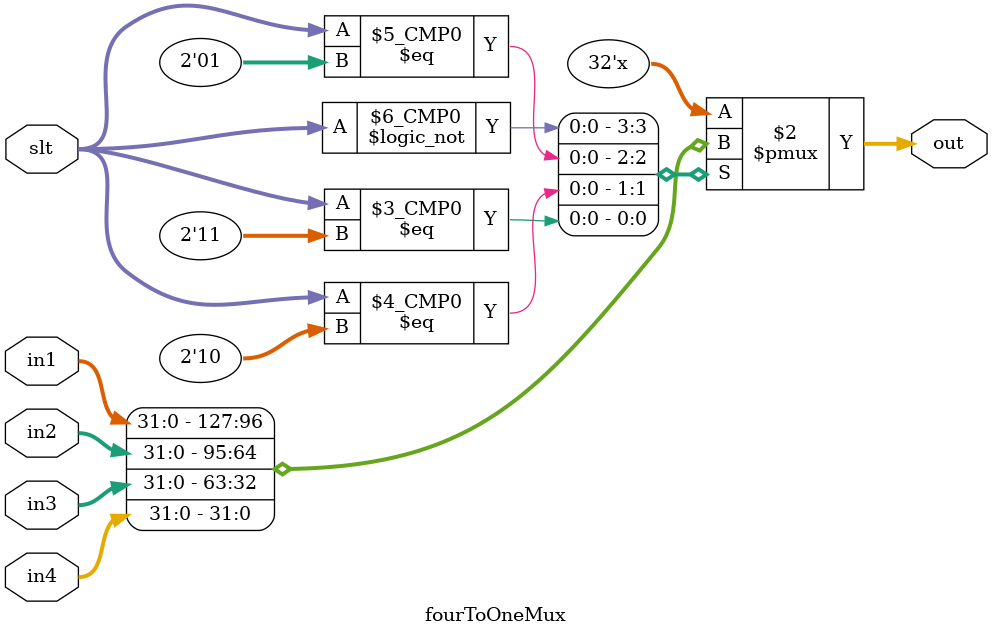
<source format=v>
module fourToOneMux #(parameter DATA_WIDTH = 32) (out,in1,in2,in3,in4,slt);
	output [DATA_WIDTH-1:0] out;
	input [DATA_WIDTH-1:0] in1,in2,in3,in4;
	input [1:0] slt;
	
	reg [DATA_WIDTH-1:0] out;
	
	always @ (*) begin
		case(slt)
			2'b00:out = in1;
			2'b01:out = in2;
			2'b10:out = in3;
			2'b11:out = in4;
		endcase
	end
endmodule
		
	
	
</source>
